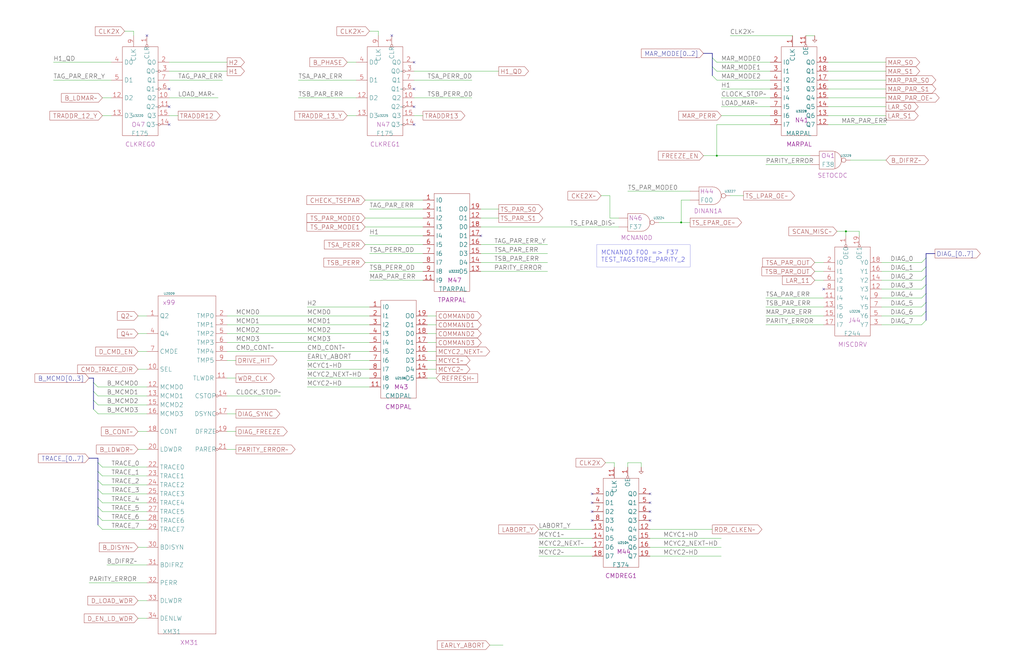
<source format=kicad_sch>
(kicad_sch (version 20230121) (generator eeschema)
  (paper "User" 584.2 378.46)
  (title_block (title "DIAGNOSTIC AND CONTROL\\nCLOCK GENERATION") (date "08-MAR-90") (rev "0.0") (comment 1 "MEM32 BOARD") (comment 2 "232-003066") (comment 3 "S400") (comment 4 "RELEASED"))
  (lib_symbols
    (symbol "r1000:CMDPAL" (pin_names (offset 1.016))
      (property "Reference" "U" (at 2.54 5.08 0))
      (property "Value" "CMDPAL" (at -6.35 -5.08 0))
      (property "Location" "___" (at -1.27 0 0))
      (property "Name" "______" (at 1.27 -12.7 0))
      (symbol "CMDPAL_1_1"
        (rectangle (start -8.89 49.53) (end 11.43 -6.35))
        (pin input line (at -15.24 45.72 0) (length 6.35) (name "I0") (number "1"))
        (pin input line (at -15.24 0 0) (length 6.35) (name "I9") (number "11"))
        (pin output line (at 17.78 35.56 180) (length 6.35) (name "O1") (number "12"))
        (pin input line (at 17.78 5.08 180) (length 6.35) (name "D5") (number "13"))
        (pin output line (at 17.78 10.16 180) (length 6.35) (name "D4") (number "14"))
        (pin output line (at 17.78 15.24 180) (length 6.35) (name "D3") (number "15"))
        (pin output line (at 17.78 20.32 180) (length 6.35) (name "D2") (number "16"))
        (pin output line (at 17.78 25.4 180) (length 6.35) (name "D1") (number "17"))
        (pin output line (at 17.78 30.48 180) (length 6.35) (name "D0") (number "18"))
        (pin output line (at 17.78 40.64 180) (length 6.35) (name "O0") (number "19"))
        (pin input line (at -15.24 40.64 0) (length 6.35) (name "I1") (number "2"))
        (pin input line (at -15.24 35.56 0) (length 6.35) (name "I2") (number "3"))
        (pin input line (at -15.24 30.48 0) (length 6.35) (name "I3") (number "4"))
        (pin input line (at -15.24 25.4 0) (length 6.35) (name "I4") (number "5"))
        (pin input line (at -15.24 20.32 0) (length 6.35) (name "I5") (number "6"))
        (pin input line (at -15.24 15.24 0) (length 6.35) (name "I6") (number "7"))
        (pin input line (at -15.24 10.16 0) (length 6.35) (name "I7") (number "8"))
        (pin input line (at -15.24 5.08 0) (length 6.35) (name "I8") (number "9"))
      )
    )
    (symbol "r1000:F00" (pin_numbers hide) (pin_names hide)
      (property "Reference" "U" (at 15.24 0 0))
      (property "Value" "F00" (at 1.905 -5.08 0))
      (property "Location" "___" (at 1.905 0 0))
      (property "Name" "______" (at 2.54 -12.7 0))
      (symbol "F00_0_1"
        (polyline (pts (xy -2.54 -7.62) (xy 5.08 -7.62)) (stroke (width 0.1524)))
        (polyline (pts (xy -2.54 2.54) (xy -2.54 -7.62)) (stroke (width 0.1524)))
        (polyline (pts (xy -2.54 2.54) (xy 5.08 2.54)) (stroke (width 0.1524)))
        (arc (start 5.08 -7.62) (mid 10.1282 -2.54) (end 5.08 2.54) (stroke (width 0.1524)))
        (circle (center 11.43 -2.54) (radius 1.27) (stroke (width 0.1524)))
      )
      (symbol "F00_0_2"
        (circle (center -3.81 -5.08) (radius 1.27) (stroke (width 0.1524)))
        (circle (center -3.81 0) (radius 1.27) (stroke (width 0.1524)))
        (arc (start -3.175 -7.62) (mid -2.134 -2.54) (end -3.175 2.54) (stroke (width 0.1524)))
        (polyline (pts (xy -3.175 -7.62) (xy 3.81 -7.62)) (stroke (width 0.1524)))
        (polyline (pts (xy -3.175 2.54) (xy 3.81 2.54)) (stroke (width 0.1524)))
        (arc (start 3.81 -7.62) (mid 7.5855 -5.8306) (end 10.16 -2.54) (stroke (width 0.1524)))
        (arc (start 10.16 -2.54) (mid 7.5827 0.7471) (end 3.81 2.54) (stroke (width 0.1524)))
      )
      (symbol "F00_1_1"
        (pin input line (at -7.62 0 0) (length 5.08) (name "D0") (number "1"))
        (pin input line (at -7.62 -5.08 0) (length 5.08) (name "D1") (number "2"))
        (pin output line (at 15.24 -2.54 180) (length 2.54) (name "Q") (number "3"))
      )
      (symbol "F00_1_2"
        (pin input line (at -7.62 0 0) (length 2.54) (name "D0") (number "1"))
        (pin input line (at -7.62 -5.08 0) (length 2.54) (name "D1") (number "2"))
        (pin output line (at 15.24 -2.54 180) (length 5.08) (name "Q") (number "3"))
      )
    )
    (symbol "r1000:F175" (pin_names (offset 1.016))
      (property "Reference" "U" (at 2.54 5.08 0))
      (property "Value" "F175" (at -1.27 -5.08 0))
      (property "Location" "___" (at -1.27 0 0))
      (property "Name" "______" (at 3.81 -12.7 0))
      (symbol "F175_1_1"
        (rectangle (start -6.35 44.45) (end 13.97 -6.35))
        (circle (center 7.62 45.085) (radius 0.635))
        (circle (center 14.605 0) (radius 0.635))
        (circle (center 14.605 10.16) (radius 0.635))
        (circle (center 14.605 20.32) (radius 0.635))
        (circle (center 14.605 30.48) (radius 0.635))
        (pin input line (at 7.62 50.8 270) (length 5.08) (name "CLR") (number "1"))
        (pin output line (at 20.32 15.24 180) (length 6.35) (name "Q2") (number "10"))
        (pin output line (at 20.32 10.16 180) (length 5.08) (name "Q2~") (number "11"))
        (pin input line (at -12.7 15.24 0) (length 6.35) (name "D2") (number "12"))
        (pin input line (at -12.7 5.08 0) (length 6.35) (name "D3") (number "13"))
        (pin output line (at 20.32 0 180) (length 5.08) (name "Q3~") (number "14"))
        (pin output line (at 20.32 5.08 180) (length 6.35) (name "Q3") (number "15"))
        (pin output line (at 20.32 35.56 180) (length 6.35) (name "Q0") (number "2"))
        (pin output line (at 20.32 30.48 180) (length 5.08) (name "Q0~") (number "3"))
        (pin input line (at -12.7 35.56 0) (length 6.35) (name "D0") (number "4"))
        (pin input line (at -12.7 25.4 0) (length 6.35) (name "D1") (number "5"))
        (pin output line (at 20.32 20.32 180) (length 5.08) (name "Q1~") (number "6"))
        (pin output line (at 20.32 25.4 180) (length 6.35) (name "Q1") (number "7"))
        (pin input line (at 0 50.8 270) (length 6.35) (name "CLK") (number "9"))
      )
    )
    (symbol "r1000:F244" (pin_names (offset 1.016))
      (property "Reference" "U" (at 2.54 5.08 0))
      (property "Value" "F244" (at -3.81 -7.62 0))
      (property "Location" "___" (at -1.27 0 0))
      (property "Name" "______" (at 1.27 -15.24 0))
      (symbol "F244_1_1"
        (rectangle (start -8.89 41.91) (end 11.43 -8.89))
        (circle (center -2.54 42.545) (radius 0.635))
        (circle (center 5.08 42.545) (radius 0.635))
        (pin input line (at -2.54 48.26 270) (length 5.08) (name "OE0") (number "1"))
        (pin input line (at -15.24 12.7 0) (length 6.35) (name "I4") (number "11"))
        (pin tri_state line (at 17.78 17.78 180) (length 6.35) (name "Y3") (number "12"))
        (pin input line (at -15.24 7.62 0) (length 6.35) (name "I5") (number "13"))
        (pin tri_state line (at 17.78 22.86 180) (length 6.35) (name "Y2") (number "14"))
        (pin input line (at -15.24 2.54 0) (length 6.35) (name "I6") (number "15"))
        (pin tri_state line (at 17.78 27.94 180) (length 6.35) (name "Y1") (number "16"))
        (pin input line (at -15.24 -2.54 0) (length 6.35) (name "I7") (number "17"))
        (pin tri_state line (at 17.78 33.02 180) (length 6.35) (name "Y0") (number "18"))
        (pin input line (at 5.08 48.26 270) (length 5.08) (name "OE1") (number "19"))
        (pin input line (at -15.24 33.02 0) (length 6.35) (name "I0") (number "2"))
        (pin tri_state line (at 17.78 -2.54 180) (length 6.35) (name "Y7") (number "3"))
        (pin input line (at -15.24 27.94 0) (length 6.35) (name "I1") (number "4"))
        (pin tri_state line (at 17.78 2.54 180) (length 6.35) (name "Y6") (number "5"))
        (pin input line (at -15.24 22.86 0) (length 6.35) (name "I2") (number "6"))
        (pin tri_state line (at 17.78 7.62 180) (length 6.35) (name "Y5") (number "7"))
        (pin input line (at -15.24 17.78 0) (length 6.35) (name "I3") (number "8"))
        (pin tri_state line (at 17.78 12.7 180) (length 6.35) (name "Y4") (number "9"))
      )
    )
    (symbol "r1000:F37" (pin_numbers hide) (pin_names (offset 0) hide)
      (property "Reference" "U" (at 15.24 0 0))
      (property "Value" "F37" (at 1.905 -5.08 0))
      (property "Location" "___" (at 1.905 0 0))
      (property "Name" "______" (at 2.54 -12.7 0))
      (symbol "F37_0_1"
        (polyline (pts (xy -2.54 -7.62) (xy 5.08 -7.62)) (stroke (width 0.1524)))
        (polyline (pts (xy -2.54 2.54) (xy -2.54 -7.62)) (stroke (width 0.1524)))
        (polyline (pts (xy -2.54 2.54) (xy 5.08 2.54)) (stroke (width 0.1524)))
        (arc (start 5.08 -7.62) (mid 10.1282 -2.54) (end 5.08 2.54) (stroke (width 0.1524)))
        (circle (center 11.43 -2.54) (radius 1.27) (stroke (width 0.1524)))
      )
      (symbol "F37_0_2"
        (circle (center -3.81 -5.08) (radius 1.27) (stroke (width 0.1524)))
        (circle (center -3.81 0) (radius 1.27) (stroke (width 0.1524)))
        (arc (start -3.175 -7.62) (mid -2.134 -2.54) (end -3.175 2.54) (stroke (width 0.1524)))
        (polyline (pts (xy -3.175 -7.62) (xy 3.81 -7.62)) (stroke (width 0.1524)))
        (polyline (pts (xy -3.175 2.54) (xy 3.81 2.54)) (stroke (width 0.1524)))
        (arc (start 3.81 -7.62) (mid 7.5855 -5.8306) (end 10.16 -2.54) (stroke (width 0.1524)))
        (arc (start 10.16 -2.54) (mid 7.5827 0.7471) (end 3.81 2.54) (stroke (width 0.1524)))
      )
      (symbol "F37_1_1"
        (pin input line (at -7.62 0 0) (length 5.08) (name "D0") (number "1"))
        (pin input line (at -7.62 -5.08 0) (length 5.08) (name "D1") (number "2"))
        (pin output line (at 15.24 -2.54 180) (length 2.54) (name "Q") (number "3"))
      )
      (symbol "F37_1_2"
        (pin input line (at -7.62 0 0) (length 2.54) (name "D0") (number "1"))
        (pin input line (at -7.62 -5.08 0) (length 2.54) (name "D1") (number "2"))
        (pin output line (at 15.24 -2.54 180) (length 5.08) (name "Q") (number "3"))
      )
    )
    (symbol "r1000:F374" (pin_names (offset 1.016))
      (property "Reference" "U" (at 2.54 5.08 0))
      (property "Value" "F374" (at -3.81 -7.62 0))
      (property "Location" "___" (at -1.27 0 0))
      (property "Name" "______" (at 1.27 -15.24 0))
      (symbol "F374_1_1"
        (rectangle (start -8.89 41.91) (end 11.43 -8.89))
        (circle (center 5.08 42.545) (radius 0.635))
        (pin input line (at 5.08 48.26 270) (length 5.08) (name "OE") (number "1"))
        (pin input line (at -2.54 48.26 270) (length 6.35) (name "CLK") (number "11"))
        (pin tri_state line (at 17.78 12.7 180) (length 6.35) (name "Q4") (number "12"))
        (pin input line (at -15.24 12.7 0) (length 6.35) (name "D4") (number "13"))
        (pin input line (at -15.24 7.62 0) (length 6.35) (name "D5") (number "14"))
        (pin tri_state line (at 17.78 7.62 180) (length 6.35) (name "Q5") (number "15"))
        (pin tri_state line (at 17.78 2.54 180) (length 6.35) (name "Q6") (number "16"))
        (pin input line (at -15.24 2.54 0) (length 6.35) (name "D6") (number "17"))
        (pin input line (at -15.24 -2.54 0) (length 6.35) (name "D7") (number "18"))
        (pin tri_state line (at 17.78 -2.54 180) (length 6.35) (name "Q7") (number "19"))
        (pin tri_state line (at 17.78 33.02 180) (length 6.35) (name "Q0") (number "2"))
        (pin input line (at -15.24 33.02 0) (length 6.35) (name "D0") (number "3"))
        (pin input line (at -15.24 27.94 0) (length 6.35) (name "D1") (number "4"))
        (pin tri_state line (at 17.78 27.94 180) (length 6.35) (name "Q1") (number "5"))
        (pin tri_state line (at 17.78 22.86 180) (length 6.35) (name "Q2") (number "6"))
        (pin input line (at -15.24 22.86 0) (length 6.35) (name "D2") (number "7"))
        (pin input line (at -15.24 17.78 0) (length 6.35) (name "D3") (number "8"))
        (pin tri_state line (at 17.78 17.78 180) (length 6.35) (name "Q3") (number "9"))
      )
    )
    (symbol "r1000:F38" (pin_numbers hide) (pin_names hide)
      (property "Reference" "U" (at 12.7 2.54 0))
      (property "Value" "F38" (at 2.54 -2.54 0))
      (property "Location" "___" (at 2.54 2.54 0))
      (property "Name" "______" (at 5.08 -10.16 0))
      (symbol "F38_0_1"
        (polyline (pts (xy -2.54 -5.08) (xy 5.08 -5.08)) (stroke (width 0.1524)))
        (polyline (pts (xy -2.54 5.08) (xy -2.54 -5.08)) (stroke (width 0.1524)))
        (polyline (pts (xy -2.54 5.08) (xy 5.08 5.08)) (stroke (width 0.1524)))
        (polyline (pts (xy 6.45 4.9) (xy 6.45 -4.9)) (stroke (width 0.1524)))
        (arc (start 5.08 -5.08) (mid 8.6786 -3.5986) (end 10.16 0) (stroke (width 0.1524)))
        (arc (start 10.16 0) (mid 8.6721 3.5921) (end 5.08 5.08) (stroke (width 0.1524)))
        (circle (center 11.43 0) (radius 1.27) (stroke (width 0.1524)))
      )
      (symbol "F38_0_2"
        (arc (start -3.81 -5.08) (mid -1.8386 0) (end -3.81 5.08) (stroke (width 0.1524)))
        (circle (center -3.81 -2.54) (radius 1.27) (stroke (width 0.1524)))
        (circle (center -3.81 2.54) (radius 1.27) (stroke (width 0.1524)))
        (polyline (pts (xy -3.81 -5.08) (xy 2.54 -5.08)) (stroke (width 0.1524)))
        (polyline (pts (xy -3.81 5.08) (xy 2.54 5.08)) (stroke (width 0.1524)))
        (polyline (pts (xy 7.62 3.175) (xy 7.62 -3.175)) (stroke (width 0.1524)))
        (arc (start 2.54 -5.08) (mid 7.0537 -3.5955) (end 10.16 0) (stroke (width 0.1524)))
        (arc (start 10.16 0) (mid 7.0527 3.594) (end 2.54 5.08) (stroke (width 0.1524)))
      )
      (symbol "F38_1_1"
        (pin input line (at -7.62 2.54 0) (length 5.08) (name "D0") (number "1"))
        (pin input line (at -7.62 -2.54 0) (length 5.08) (name "D1") (number "2"))
        (pin open_collector line (at 15.24 0 180) (length 2.54) (name "Q") (number "3"))
      )
      (symbol "F38_1_2"
        (pin input line (at -7.62 2.54 0) (length 2.54) (name "D0") (number "1"))
        (pin input line (at -7.62 -2.54 0) (length 2.54) (name "D1") (number "2"))
        (pin open_collector line (at 15.24 0 180) (length 5.08) (name "Q") (number "3"))
      )
    )
    (symbol "r1000:MARPAL" (pin_names (offset 1.016))
      (property "Reference" "U" (at 2.54 5.08 0))
      (property "Value" "MARPAL" (at -6.35 -7.62 0))
      (property "Location" "___" (at -1.27 0 0))
      (property "Name" "______" (at 1.27 -15.24 0))
      (symbol "MARPAL_1_1"
        (rectangle (start -8.89 41.91) (end 11.43 -8.89))
        (circle (center 5.08 42.545) (radius 0.635))
        (pin input line (at -2.54 48.26 270) (length 6.35) (name "CLK") (number "1"))
        (pin input line (at 5.08 48.26 270) (length 5.08) (name "OE") (number "11"))
        (pin output line (at 17.78 -2.54 180) (length 6.35) (name "Q7") (number "12"))
        (pin output line (at 17.78 2.54 180) (length 6.35) (name "Q6") (number "13"))
        (pin output line (at 17.78 7.62 180) (length 6.35) (name "Q5") (number "14"))
        (pin output line (at 17.78 12.7 180) (length 6.35) (name "Q4") (number "15"))
        (pin output line (at 17.78 17.78 180) (length 6.35) (name "Q3") (number "16"))
        (pin output line (at 17.78 22.86 180) (length 6.35) (name "Q2") (number "17"))
        (pin output line (at 17.78 27.94 180) (length 6.35) (name "Q1") (number "18"))
        (pin output line (at 17.78 33.02 180) (length 6.35) (name "Q0") (number "19"))
        (pin input line (at -15.24 33.02 0) (length 6.35) (name "I0") (number "2"))
        (pin input line (at -15.24 27.94 0) (length 6.35) (name "I1") (number "3"))
        (pin input line (at -15.24 22.86 0) (length 6.35) (name "I2") (number "4"))
        (pin input line (at -15.24 17.78 0) (length 6.35) (name "I3") (number "5"))
        (pin input line (at -15.24 12.7 0) (length 6.35) (name "I4") (number "6"))
        (pin input line (at -15.24 7.62 0) (length 6.35) (name "I5") (number "7"))
        (pin input line (at -15.24 2.54 0) (length 6.35) (name "I6") (number "8"))
        (pin input line (at -15.24 -2.54 0) (length 6.35) (name "I7") (number "9"))
      )
    )
    (symbol "r1000:PD" (power) (pin_numbers hide) (pin_names hide) (in_bom no)
      (symbol "PD_0_1"
        (polyline (pts (xy 0 -2.54) (xy 1.27 -2.54) (xy 0 -3.81) (xy -1.27 -2.54) (xy 0 -2.54)) (stroke (width 0.1524)))
      )
      (symbol "PD_1_1"
        (pin power_in line (at 0 0 270) (length 2.54) (name "PD") (number "1"))
      )
    )
    (symbol "r1000:TPARPAL" (pin_names (offset 1.016))
      (property "Reference" "U" (at 2.54 5.08 0))
      (property "Value" "TPARPAL" (at -6.35 -5.08 0))
      (property "Location" "___" (at -1.27 0 0))
      (property "Name" "______" (at 1.27 -12.7 0))
      (symbol "TPARPAL_1_1"
        (rectangle (start -8.89 49.53) (end 11.43 -6.35))
        (pin input line (at -15.24 45.72 0) (length 6.35) (name "I0") (number "1"))
        (pin input line (at -15.24 0 0) (length 6.35) (name "I9") (number "11"))
        (pin output line (at 17.78 35.56 180) (length 6.35) (name "O1") (number "12"))
        (pin output line (at 17.78 5.08 180) (length 6.35) (name "D5") (number "13"))
        (pin output line (at 17.78 10.16 180) (length 6.35) (name "D4") (number "14"))
        (pin output line (at 17.78 15.24 180) (length 6.35) (name "D3") (number "15"))
        (pin output line (at 17.78 20.32 180) (length 6.35) (name "D2") (number "16"))
        (pin output line (at 17.78 25.4 180) (length 6.35) (name "D1") (number "17"))
        (pin output line (at 17.78 30.48 180) (length 6.35) (name "D0") (number "18"))
        (pin output line (at 17.78 40.64 180) (length 6.35) (name "O0") (number "19"))
        (pin input line (at -15.24 40.64 0) (length 6.35) (name "I1") (number "2"))
        (pin input line (at -15.24 35.56 0) (length 6.35) (name "I2") (number "3"))
        (pin input line (at -15.24 30.48 0) (length 6.35) (name "I3") (number "4"))
        (pin input line (at -15.24 25.4 0) (length 6.35) (name "I4") (number "5"))
        (pin input line (at -15.24 20.32 0) (length 6.35) (name "I5") (number "6"))
        (pin input line (at -15.24 15.24 0) (length 6.35) (name "I6") (number "7"))
        (pin input line (at -15.24 10.16 0) (length 6.35) (name "I7") (number "8"))
        (pin input line (at -15.24 5.08 0) (length 6.35) (name "I8") (number "9"))
      )
    )
    (symbol "r1000:XM31" (pin_names (offset 1.016))
      (property "Reference" "U" (at 2.54 5.08 0))
      (property "Value" "XM31" (at -1.27 -187.96 0))
      (property "Location" "___" (at -1.27 0 0))
      (property "Name" "______" (at 13.97 -195.58 0))
      (symbol "XM31_1_1"
        (rectangle (start -3.81 3.81) (end 29.21 -189.23))
        (circle (center 29.845 -83.82) (radius 0.635))
        (circle (center 29.845 -73.66) (radius 0.635))
        (circle (center 29.845 -63.5) (radius 0.635))
        (circle (center 29.845 -53.34) (radius 0.635))
        (pin input line (at -10.16 -7.62 0) (length 6.35) (name "Q2") (number "1"))
        (pin input line (at -10.16 -38.1 0) (length 6.35) (name "SEL") (number "10"))
        (pin output line (at 35.56 -43.18 180) (length 6.35) (name "TLWDR") (number "11"))
        (pin input line (at -10.16 -48.26 0) (length 6.35) (name "MCMD0") (number "12"))
        (pin input line (at -10.16 -53.34 0) (length 6.35) (name "MCMD1") (number "13"))
        (pin output line (at 35.56 -53.34 180) (length 5.08) (name "CSTOP") (number "14"))
        (pin input line (at -10.16 -58.42 0) (length 6.35) (name "MCMD2") (number "15"))
        (pin input line (at -10.16 -63.5 0) (length 6.35) (name "MCMD3") (number "16"))
        (pin output line (at 35.56 -63.5 180) (length 5.08) (name "DSYNC") (number "17"))
        (pin input line (at -10.16 -73.66 0) (length 6.35) (name "CONT") (number "18"))
        (pin output line (at 35.56 -73.66 180) (length 5.08) (name "DFRZE") (number "19"))
        (pin output line (at 35.56 -7.62 180) (length 6.35) (name "TMP0") (number "2"))
        (pin input line (at -10.16 -83.82 0) (length 6.35) (name "LDWDR") (number "20"))
        (pin output line (at 35.56 -83.82 180) (length 5.08) (name "PARER") (number "21"))
        (pin input line (at -10.16 -93.98 0) (length 6.35) (name "TRACE0") (number "22"))
        (pin input line (at -10.16 -99.06 0) (length 6.35) (name "TRACE1") (number "23"))
        (pin input line (at -10.16 -104.14 0) (length 6.35) (name "TRACE2") (number "24"))
        (pin input line (at -10.16 -109.22 0) (length 6.35) (name "TRACE3") (number "25"))
        (pin input line (at -10.16 -114.3 0) (length 6.35) (name "TRACE4") (number "26"))
        (pin input line (at -10.16 -119.38 0) (length 6.35) (name "TRACE5") (number "27"))
        (pin input line (at -10.16 -124.46 0) (length 6.35) (name "TRACE6") (number "28"))
        (pin input line (at -10.16 -129.54 0) (length 6.35) (name "TRACE7") (number "29"))
        (pin output line (at 35.56 -12.7 180) (length 6.35) (name "TMP1") (number "3"))
        (pin input line (at -10.16 -139.7 0) (length 6.35) (name "BDISYN") (number "30"))
        (pin input line (at -10.16 -149.86 0) (length 6.35) (name "BDIFRZ") (number "31"))
        (pin input line (at -10.16 -160.02 0) (length 6.35) (name "PERR") (number "32"))
        (pin input line (at -10.16 -170.18 0) (length 6.35) (name "DLWDR") (number "33"))
        (pin input line (at -10.16 -180.34 0) (length 6.35) (name "DENLW") (number "34"))
        (pin input line (at -10.16 -17.78 0) (length 6.35) (name "Q4") (number "4"))
        (pin output line (at 35.56 -17.78 180) (length 6.35) (name "TMP2") (number "5"))
        (pin output line (at 35.56 -22.86 180) (length 6.35) (name "TMP3") (number "6"))
        (pin input line (at -10.16 -27.94 0) (length 6.35) (name "CMDE") (number "7"))
        (pin output line (at 35.56 -27.94 180) (length 6.35) (name "TMP4") (number "8"))
        (pin output line (at 35.56 -33.02 180) (length 6.35) (name "TMP5") (number "9"))
      )
    )
  )
  (junction (at 482.6 132.08))
  (junction (at 388.62 127))
  (junction (at 408.94 88.9))
  (no_connect (at 337.82 292.1))
  (no_connect (at 236.22 60.96))
  (no_connect (at 96.52 60.96))
  (no_connect (at 236.22 71.12))
  (no_connect (at 370.84 281.94))
  (no_connect (at 469.9 165.1))
  (no_connect (at 337.82 297.18))
  (no_connect (at 96.52 50.8))
  (no_connect (at 370.84 287.02))
  (no_connect (at 96.52 71.12))
  (no_connect (at 274.32 134.62))
  (no_connect (at 370.84 297.18))
  (no_connect (at 337.82 281.94))
  (no_connect (at 236.22 50.8))
  (no_connect (at 83.82 20.32))
  (no_connect (at 236.22 35.56))
  (no_connect (at 370.84 292.1))
  (no_connect (at 337.82 287.02))
  (no_connect (at 223.52 20.32))
  (bus_entry (at 528.32 177.8) (size -2.54 2.54))
  (bus_entry (at 55.88 264.16) (size 2.54 2.54))
  (bus_entry (at 53.34 218.44) (size 2.54 2.54))
  (bus_entry (at 528.32 182.88) (size -2.54 2.54))
  (bus_entry (at 55.88 284.48) (size 2.54 2.54))
  (bus_entry (at 53.34 228.6) (size 2.54 2.54))
  (bus_entry (at 55.88 274.32) (size 2.54 2.54))
  (bus_entry (at 55.88 279.4) (size 2.54 2.54))
  (bus_entry (at 53.34 223.52) (size 2.54 2.54))
  (bus_entry (at 528.32 147.32) (size -2.54 2.54))
  (bus_entry (at 406.4 33.02) (size 2.54 2.54))
  (bus_entry (at 55.88 299.72) (size 2.54 2.54))
  (bus_entry (at 406.4 38.1) (size 2.54 2.54))
  (bus_entry (at 528.32 172.72) (size -2.54 2.54))
  (bus_entry (at 55.88 294.64) (size 2.54 2.54))
  (bus_entry (at 528.32 162.56) (size -2.54 2.54))
  (bus_entry (at 528.32 152.4) (size -2.54 2.54))
  (bus_entry (at 406.4 43.18) (size 2.54 2.54))
  (bus_entry (at 55.88 289.56) (size 2.54 2.54))
  (bus_entry (at 53.34 233.68) (size 2.54 2.54))
  (bus_entry (at 528.32 157.48) (size -2.54 2.54))
  (bus_entry (at 528.32 167.64) (size -2.54 2.54))
  (bus_entry (at 55.88 269.24) (size 2.54 2.54))
  (wire (pts (xy 78.74 246.38) (xy 83.82 246.38)))
  (wire (pts (xy 469.9 185.42) (xy 436.88 185.42)))
  (wire (pts (xy 439.42 71.12) (xy 408.94 71.12)))
  (wire (pts (xy 243.84 185.42) (xy 248.92 185.42)))
  (wire (pts (xy 175.26 215.9) (xy 210.82 215.9)))
  (bus (pts (xy 55.88 289.56) (xy 55.88 284.48)))
  (bus (pts (xy 528.32 177.8) (xy 528.32 182.88)))
  (wire (pts (xy 388.62 127) (xy 393.7 127)))
  (wire (pts (xy 408.94 88.9) (xy 401.32 88.9)))
  (bus (pts (xy 528.32 157.48) (xy 528.32 162.56)))
  (wire (pts (xy 198.12 35.56) (xy 203.2 35.56)))
  (wire (pts (xy 502.92 170.18) (xy 525.78 170.18)))
  (wire (pts (xy 129.54 185.42) (xy 210.82 185.42)))
  (wire (pts (xy 482.6 132.08) (xy 490.22 132.08)))
  (wire (pts (xy 436.88 180.34) (xy 469.9 180.34)))
  (wire (pts (xy 459.74 20.32) (xy 464.82 20.32)))
  (polyline (pts (xy 340.36 139.7) (xy 393.7 139.7)) (stroke (width 0.0243)))
  (wire (pts (xy 472.44 35.56) (xy 505.46 35.56)))
  (wire (pts (xy 58.42 66.04) (xy 63.5 66.04)))
  (bus (pts (xy 406.4 33.02) (xy 406.4 38.1)))
  (bus (pts (xy 53.34 228.6) (xy 53.34 233.68)))
  (wire (pts (xy 243.84 190.5) (xy 248.92 190.5)))
  (wire (pts (xy 78.74 210.82) (xy 83.82 210.82)))
  (wire (pts (xy 170.18 45.72) (xy 203.2 45.72)))
  (wire (pts (xy 58.42 55.88) (xy 63.5 55.88)))
  (wire (pts (xy 78.74 190.5) (xy 83.82 190.5)))
  (wire (pts (xy 55.88 226.06) (xy 83.82 226.06)))
  (wire (pts (xy 208.28 124.46) (xy 241.3 124.46)))
  (wire (pts (xy 210.82 144.78) (xy 241.3 144.78)))
  (bus (pts (xy 528.32 172.72) (xy 528.32 177.8)))
  (bus (pts (xy 53.34 218.44) (xy 53.34 223.52)))
  (wire (pts (xy 502.92 160.02) (xy 525.78 160.02)))
  (wire (pts (xy 96.52 66.04) (xy 101.6 66.04)))
  (wire (pts (xy 472.44 40.64) (xy 505.46 40.64)))
  (wire (pts (xy 129.54 246.38) (xy 134.62 246.38)))
  (bus (pts (xy 55.88 264.16) (xy 55.88 261.62)))
  (wire (pts (xy 83.82 271.78) (xy 58.42 271.78)))
  (wire (pts (xy 345.44 264.16) (xy 350.52 264.16)))
  (wire (pts (xy 129.54 236.22) (xy 134.62 236.22)))
  (wire (pts (xy 307.34 302.26) (xy 337.82 302.26)))
  (wire (pts (xy 175.26 175.26) (xy 210.82 175.26)))
  (wire (pts (xy 439.42 55.88) (xy 411.48 55.88)))
  (wire (pts (xy 83.82 287.02) (xy 58.42 287.02)))
  (bus (pts (xy 53.34 223.52) (xy 53.34 228.6)))
  (wire (pts (xy 236.22 55.88) (xy 269.24 55.88)))
  (wire (pts (xy 96.52 40.64) (xy 129.54 40.64)))
  (wire (pts (xy 129.54 256.54) (xy 134.62 256.54)))
  (wire (pts (xy 436.88 93.98) (xy 462.28 93.98)))
  (wire (pts (xy 78.74 180.34) (xy 83.82 180.34)))
  (wire (pts (xy 96.52 55.88) (xy 124.46 55.88)))
  (wire (pts (xy 243.84 195.58) (xy 248.92 195.58)))
  (wire (pts (xy 436.88 175.26) (xy 469.9 175.26)))
  (wire (pts (xy 462.28 88.9) (xy 408.94 88.9)))
  (wire (pts (xy 502.92 154.94) (xy 525.78 154.94)))
  (wire (pts (xy 350.52 264.16) (xy 350.52 266.7)))
  (bus (pts (xy 406.4 30.48) (xy 406.4 33.02)))
  (wire (pts (xy 208.28 129.54) (xy 241.3 129.54)))
  (wire (pts (xy 388.62 127) (xy 375.92 127)))
  (wire (pts (xy 408.94 40.64) (xy 439.42 40.64)))
  (wire (pts (xy 472.44 55.88) (xy 505.46 55.88)))
  (wire (pts (xy 347.98 111.76) (xy 347.98 124.46)))
  (wire (pts (xy 416.56 20.32) (xy 452.12 20.32)))
  (wire (pts (xy 307.34 307.34) (xy 337.82 307.34)))
  (wire (pts (xy 472.44 60.96) (xy 505.46 60.96)))
  (wire (pts (xy 416.56 111.76) (xy 424.18 111.76)))
  (bus (pts (xy 528.32 162.56) (xy 528.32 167.64)))
  (wire (pts (xy 78.74 353.06) (xy 83.82 353.06)))
  (wire (pts (xy 274.32 129.54) (xy 353.06 129.54)))
  (wire (pts (xy 208.28 139.7) (xy 241.3 139.7)))
  (bus (pts (xy 528.32 147.32) (xy 528.32 152.4)))
  (wire (pts (xy 477.52 132.08) (xy 482.6 132.08)))
  (wire (pts (xy 83.82 292.1) (xy 58.42 292.1)))
  (bus (pts (xy 55.88 261.62) (xy 50.8 261.62)))
  (wire (pts (xy 198.12 66.04) (xy 203.2 66.04)))
  (wire (pts (xy 472.44 45.72) (xy 505.46 45.72)))
  (wire (pts (xy 210.82 160.02) (xy 241.3 160.02)))
  (wire (pts (xy 129.54 190.5) (xy 210.82 190.5)))
  (wire (pts (xy 411.48 50.8) (xy 439.42 50.8)))
  (wire (pts (xy 83.82 297.18) (xy 58.42 297.18)))
  (wire (pts (xy 210.82 134.62) (xy 241.3 134.62)))
  (wire (pts (xy 472.44 66.04) (xy 505.46 66.04)))
  (wire (pts (xy 210.82 154.94) (xy 241.3 154.94)))
  (bus (pts (xy 55.88 279.4) (xy 55.88 274.32)))
  (wire (pts (xy 83.82 276.86) (xy 58.42 276.86)))
  (wire (pts (xy 208.28 149.86) (xy 241.3 149.86)))
  (wire (pts (xy 279.4 368.3) (xy 287.02 368.3)))
  (polyline (pts (xy 393.7 152.4) (xy 340.36 152.4)) (stroke (width 0.0243)))
  (wire (pts (xy 170.18 55.88) (xy 203.2 55.88)))
  (wire (pts (xy 358.14 109.22) (xy 393.7 109.22)))
  (wire (pts (xy 307.34 312.42) (xy 337.82 312.42)))
  (wire (pts (xy 502.92 149.86) (xy 525.78 149.86)))
  (wire (pts (xy 30.48 35.56) (xy 63.5 35.56)))
  (wire (pts (xy 370.84 312.42) (xy 411.48 312.42)))
  (bus (pts (xy 528.32 152.4) (xy 528.32 157.48)))
  (bus (pts (xy 528.32 144.78) (xy 533.4 144.78)))
  (wire (pts (xy 274.32 119.38) (xy 284.48 119.38)))
  (wire (pts (xy 55.88 220.98) (xy 83.82 220.98)))
  (wire (pts (xy 175.26 205.74) (xy 210.82 205.74)))
  (wire (pts (xy 50.8 332.74) (xy 83.82 332.74)))
  (wire (pts (xy 370.84 317.5) (xy 411.48 317.5)))
  (wire (pts (xy 83.82 281.94) (xy 58.42 281.94)))
  (wire (pts (xy 464.82 154.94) (xy 469.9 154.94)))
  (wire (pts (xy 76.2 17.78) (xy 76.2 20.32)))
  (wire (pts (xy 485.14 91.44) (xy 505.46 91.44)))
  (wire (pts (xy 411.48 60.96) (xy 439.42 60.96)))
  (wire (pts (xy 347.98 124.46) (xy 353.06 124.46)))
  (wire (pts (xy 78.74 312.42) (xy 83.82 312.42)))
  (wire (pts (xy 370.84 307.34) (xy 411.48 307.34)))
  (bus (pts (xy 55.88 299.72) (xy 55.88 294.64)))
  (wire (pts (xy 274.32 124.46) (xy 284.48 124.46)))
  (bus (pts (xy 50.8 215.9) (xy 53.34 215.9)))
  (wire (pts (xy 482.6 134.62) (xy 482.6 132.08)))
  (wire (pts (xy 236.22 66.04) (xy 241.3 66.04)))
  (wire (pts (xy 208.28 114.3) (xy 241.3 114.3)))
  (wire (pts (xy 464.82 149.86) (xy 469.9 149.86)))
  (wire (pts (xy 243.84 205.74) (xy 248.92 205.74)))
  (wire (pts (xy 78.74 256.54) (xy 83.82 256.54)))
  (wire (pts (xy 30.48 45.72) (xy 63.5 45.72)))
  (bus (pts (xy 528.32 167.64) (xy 528.32 172.72)))
  (wire (pts (xy 129.54 205.74) (xy 134.62 205.74)))
  (wire (pts (xy 490.22 134.62) (xy 490.22 132.08)))
  (wire (pts (xy 55.88 231.14) (xy 83.82 231.14)))
  (wire (pts (xy 502.92 180.34) (xy 525.78 180.34)))
  (wire (pts (xy 71.12 17.78) (xy 76.2 17.78)))
  (wire (pts (xy 243.84 215.9) (xy 248.92 215.9)))
  (wire (pts (xy 274.32 139.7) (xy 312.42 139.7)))
  (bus (pts (xy 401.32 30.48) (xy 406.4 30.48)))
  (bus (pts (xy 55.88 284.48) (xy 55.88 279.4)))
  (wire (pts (xy 307.34 317.5) (xy 337.82 317.5)))
  (wire (pts (xy 274.32 149.86) (xy 312.42 149.86)))
  (wire (pts (xy 210.82 119.38) (xy 241.3 119.38)))
  (wire (pts (xy 215.9 20.32) (xy 215.9 17.78)))
  (wire (pts (xy 78.74 342.9) (xy 83.82 342.9)))
  (wire (pts (xy 370.84 302.26) (xy 406.4 302.26)))
  (wire (pts (xy 388.62 114.3) (xy 388.62 127)))
  (bus (pts (xy 55.88 269.24) (xy 55.88 264.16)))
  (wire (pts (xy 502.92 185.42) (xy 525.78 185.42)))
  (polyline (pts (xy 393.7 139.7) (xy 393.7 152.4)) (stroke (width 0.0243)))
  (wire (pts (xy 60.96 322.58) (xy 83.82 322.58)))
  (wire (pts (xy 502.92 165.1) (xy 525.78 165.1)))
  (wire (pts (xy 129.54 180.34) (xy 210.82 180.34)))
  (wire (pts (xy 55.88 236.22) (xy 83.82 236.22)))
  (wire (pts (xy 243.84 200.66) (xy 248.92 200.66)))
  (wire (pts (xy 408.94 71.12) (xy 408.94 88.9)))
  (wire (pts (xy 243.84 180.34) (xy 248.92 180.34)))
  (wire (pts (xy 342.9 111.76) (xy 347.98 111.76)))
  (bus (pts (xy 406.4 38.1) (xy 406.4 43.18)))
  (wire (pts (xy 365.76 264.16) (xy 358.14 264.16)))
  (wire (pts (xy 408.94 35.56) (xy 439.42 35.56)))
  (bus (pts (xy 53.34 215.9) (xy 53.34 218.44)))
  (wire (pts (xy 96.52 35.56) (xy 129.54 35.56)))
  (wire (pts (xy 274.32 144.78) (xy 312.42 144.78)))
  (bus (pts (xy 55.88 294.64) (xy 55.88 289.56)))
  (wire (pts (xy 129.54 215.9) (xy 134.62 215.9)))
  (bus (pts (xy 55.88 274.32) (xy 55.88 269.24)))
  (wire (pts (xy 436.88 170.18) (xy 469.9 170.18)))
  (wire (pts (xy 472.44 50.8) (xy 505.46 50.8)))
  (wire (pts (xy 236.22 45.72) (xy 269.24 45.72)))
  (wire (pts (xy 129.54 226.06) (xy 160.02 226.06)))
  (bus (pts (xy 528.32 144.78) (xy 528.32 147.32)))
  (wire (pts (xy 472.44 71.12) (xy 505.46 71.12)))
  (wire (pts (xy 78.74 200.66) (xy 83.82 200.66)))
  (wire (pts (xy 129.54 200.66) (xy 210.82 200.66)))
  (wire (pts (xy 243.84 210.82) (xy 248.92 210.82)))
  (polyline (pts (xy 340.36 139.7) (xy 340.36 152.4)) (stroke (width 0.0243)))
  (wire (pts (xy 83.82 302.26) (xy 58.42 302.26)))
  (wire (pts (xy 175.26 210.82) (xy 210.82 210.82)))
  (wire (pts (xy 96.52 45.72) (xy 127 45.72)))
  (wire (pts (xy 236.22 40.64) (xy 284.48 40.64)))
  (wire (pts (xy 464.82 160.02) (xy 469.9 160.02)))
  (wire (pts (xy 129.54 195.58) (xy 210.82 195.58)))
  (wire (pts (xy 175.26 220.98) (xy 210.82 220.98)))
  (wire (pts (xy 411.48 66.04) (xy 439.42 66.04)))
  (wire (pts (xy 502.92 175.26) (xy 525.78 175.26)))
  (wire (pts (xy 274.32 154.94) (xy 312.42 154.94)))
  (wire (pts (xy 408.94 45.72) (xy 439.42 45.72)))
  (wire (pts (xy 365.76 264.16) (xy 365.76 266.7)))
  (wire (pts (xy 83.82 266.7) (xy 58.42 266.7)))
  (wire (pts (xy 358.14 264.16) (xy 358.14 266.7)))
  (wire (pts (xy 393.7 114.3) (xy 388.62 114.3)))
  (wire (pts (xy 210.82 17.78) (xy 215.9 17.78)))
  (text "MCNAN0D F00 => F37\nTEST_TAGSTORE_PARITY_2" (at 342.9 149.86 0) (effects (font (size 2.54 2.54)) (justify left bottom)))
  (label "PARITY_ERROR" (at 281.94 154.94 0) (effects (font (size 2.54 2.54))))
  (label "TRACE_0" (at 63.5 266.7 0) (effects (font (size 2.54 2.54))))
  (label "TSA_PAR_ERR" (at 436.88 170.18 0) (effects (font (size 2.54 2.54))))
  (label "B_MCMD1" (at 60.96 226.06 0) (effects (font (size 2.54 2.54))))
  (label "TS_EPAR_DIS~" (at 325.12 129.54 0) (effects (font (size 2.54 2.54))))
  (label "TAG_PAR_ERR_Y" (at 30.48 45.72 0) (effects (font (size 2.54 2.54))))
  (label "DIAG_5" (at 508 175.26 0) (effects (font (size 2.54 2.54))))
  (label "TAG_PAR_ERR" (at 101.6 45.72 0) (effects (font (size 2.54 2.54))))
  (label "MCMD3" (at 134.62 195.58 0) (effects (font (size 2.54 2.54))))
  (label "TSA_PERR_0D" (at 243.84 45.72 0) (effects (font (size 2.54 2.54))))
  (label "MCMD1" (at 134.62 185.42 0) (effects (font (size 2.54 2.54))))
  (label "PARITY_ERROR" (at 436.88 185.42 0) (effects (font (size 2.54 2.54))))
  (label "MCMD2" (at 134.62 190.5 0) (effects (font (size 2.54 2.54))))
  (label "CMD_CONT~" (at 134.62 200.66 0) (effects (font (size 2.54 2.54))))
  (label "H1" (at 210.82 134.62 0) (effects (font (size 2.54 2.54))))
  (label "LABORT_Y" (at 307.34 302.26 0) (effects (font (size 2.54 2.54))))
  (label "PARITY_ERROR" (at 436.88 93.98 0) (effects (font (size 2.54 2.54))))
  (label "CLOCK_STOP~" (at 411.48 55.88 0) (effects (font (size 2.54 2.54))))
  (label "DIAG_2" (at 508 160.02 0) (effects (font (size 2.54 2.54))))
  (label "PARITY_ERROR" (at 50.8 332.74 0) (effects (font (size 2.54 2.54))))
  (label "LOAD_MAR~" (at 101.6 55.88 0) (effects (font (size 2.54 2.54))))
  (label "TSB_PERR_0D" (at 243.84 55.88 0) (effects (font (size 2.54 2.54))))
  (label "DIAG_6" (at 508 180.34 0) (effects (font (size 2.54 2.54))))
  (label "DIAG_3" (at 508 165.1 0) (effects (font (size 2.54 2.54))))
  (label "B_MCMD2" (at 60.96 231.14 0) (effects (font (size 2.54 2.54))))
  (label "TSB_PAR_ERR" (at 281.94 149.86 0) (effects (font (size 2.54 2.54))))
  (label "CLK2X~" (at 416.56 20.32 0) (effects (font (size 2.54 2.54))))
  (label "EARLY_ABORT" (at 175.26 205.74 0) (effects (font (size 2.54 2.54))))
  (label "MCMD3" (at 175.26 195.58 0) (effects (font (size 2.54 2.54))))
  (label "DIAG_1" (at 508 154.94 0) (effects (font (size 2.54 2.54))))
  (label "TSA_PAR_ERR" (at 170.18 45.72 0) (effects (font (size 2.54 2.54))))
  (label "MCMD2" (at 175.26 190.5 0) (effects (font (size 2.54 2.54))))
  (label "TS_PAR_MODE0" (at 358.14 109.22 0) (effects (font (size 2.54 2.54))))
  (label "MCMD0" (at 175.26 180.34 0) (effects (font (size 2.54 2.54))))
  (label "MAR_MODE1" (at 411.48 40.64 0) (effects (font (size 2.54 2.54))))
  (label "LOAD_MAR~" (at 411.48 60.96 0) (effects (font (size 2.54 2.54))))
  (label "MCYC2~HD" (at 175.26 220.98 0) (effects (font (size 2.54 2.54))))
  (label "TRACE_2" (at 63.5 276.86 0) (effects (font (size 2.54 2.54))))
  (label "MCYC2_NEXT~" (at 307.34 312.42 0) (effects (font (size 2.54 2.54))))
  (label "MAR_MODE0" (at 411.48 35.56 0) (effects (font (size 2.54 2.54))))
  (label "TRACE_3" (at 63.5 281.94 0) (effects (font (size 2.54 2.54))))
  (label "TRACE_7" (at 63.5 302.26 0) (effects (font (size 2.54 2.54))))
  (label "DIAG_4" (at 508 170.18 0) (effects (font (size 2.54 2.54))))
  (label "TSB_PERR_0D" (at 210.82 154.94 0) (effects (font (size 2.54 2.54))))
  (label "TRACE_4" (at 63.5 287.02 0) (effects (font (size 2.54 2.54))))
  (label "MCYC2~HD" (at 378.46 317.5 0) (effects (font (size 2.54 2.54))))
  (label "TRACE_5" (at 63.5 292.1 0) (effects (font (size 2.54 2.54))))
  (label "DIAG_7" (at 508 185.42 0) (effects (font (size 2.54 2.54))))
  (label "MCYC2_NEXT~HD" (at 378.46 312.42 0) (effects (font (size 2.54 2.54))))
  (label "TRACE_6" (at 63.5 297.18 0) (effects (font (size 2.54 2.54))))
  (label "B_DIFRZ~" (at 60.96 322.58 0) (effects (font (size 2.54 2.54))))
  (label "CMD_CONT~" (at 175.26 200.66 0) (effects (font (size 2.54 2.54))))
  (label "MAR_PAR_ERR" (at 480.06 71.12 0) (effects (font (size 2.54 2.54))))
  (label "MCYC1~HD" (at 175.26 210.82 0) (effects (font (size 2.54 2.54))))
  (label "MCMD1" (at 175.26 185.42 0) (effects (font (size 2.54 2.54))))
  (label "TSB_PAR_ERR" (at 170.18 55.88 0) (effects (font (size 2.54 2.54))))
  (label "MAR_MODE2" (at 411.48 45.72 0) (effects (font (size 2.54 2.54))))
  (label "TSB_PAR_ERR" (at 436.88 175.26 0) (effects (font (size 2.54 2.54))))
  (label "H1" (at 411.48 50.8 0) (effects (font (size 2.54 2.54))))
  (label "MCYC1~" (at 307.34 307.34 0) (effects (font (size 2.54 2.54))))
  (label "H2" (at 175.26 175.26 0) (effects (font (size 2.54 2.54))))
  (label "B_MCMD0" (at 60.96 220.98 0) (effects (font (size 2.54 2.54))))
  (label "DIAG_0" (at 508 149.86 0) (effects (font (size 2.54 2.54))))
  (label "MCYC1~HD" (at 378.46 307.34 0) (effects (font (size 2.54 2.54))))
  (label "TSA_PERR_0D" (at 210.82 144.78 0) (effects (font (size 2.54 2.54))))
  (label "CLOCK_STOP~" (at 134.62 226.06 0) (effects (font (size 2.54 2.54))))
  (label "TRACE_1" (at 63.5 271.78 0) (effects (font (size 2.54 2.54))))
  (label "MCYC2~" (at 307.34 317.5 0) (effects (font (size 2.54 2.54))))
  (label "MAR_PAR_ERR" (at 436.88 180.34 0) (effects (font (size 2.54 2.54))))
  (label "TAG_PAR_ERR_Y" (at 281.94 139.7 0) (effects (font (size 2.54 2.54))))
  (label "TAG_PAR_ERR" (at 210.82 119.38 0) (effects (font (size 2.54 2.54))))
  (label "B_MCMD3" (at 60.96 236.22 0) (effects (font (size 2.54 2.54))))
  (label "MCYC2_NEXT~HD" (at 175.26 215.9 0) (effects (font (size 2.54 2.54))))
  (label "TSA_PAR_ERR" (at 281.94 144.78 0) (effects (font (size 2.54 2.54))))
  (label "H1_QD" (at 30.48 35.56 0) (effects (font (size 2.54 2.54))))
  (label "MCMD0" (at 134.62 180.34 0) (effects (font (size 2.54 2.54))))
  (label "MAR_PAR_ERR" (at 210.82 160.02 0) (effects (font (size 2.54 2.54))))
  (global_label "TS_PAR_S1" (shape output) (at 284.48 124.46 0) (effects (font (size 2.54 2.54))) (property "Intersheetrefs" "${INTERSHEET_REFS}" (at 309.4355 124.3013 0) (effects (font (size 1.905 1.905)) (justify left))))
  (global_label "DIAG_FREEZE" (shape output) (at 134.62 246.38 0) (effects (font (size 2.54 2.54))) (property "Intersheetrefs" "${INTERSHEET_REFS}" (at 163.6879 246.2213 0) (effects (font (size 1.905 1.905)) (justify left))))
  (global_label "B_DIFRZ~" (shape bidirectional) (at 505.46 91.44 0) (effects (font (size 2.54 2.54))) (property "Intersheetrefs" "${INTERSHEET_REFS}" (at 527.4612 91.2813 0) (effects (font (size 1.905 1.905)) (justify left))))
  (global_label "CLK2X~" (shape input) (at 210.82 17.78 180) (effects (font (size 2.54 2.54))) (property "Intersheetrefs" "${INTERSHEET_REFS}" (at 191.221 17.78 0) (effects (justify right))))
  (global_label "PARITY_ERROR~" (shape output) (at 134.62 256.54 0) (effects (font (size 2.54 2.54))) (property "Intersheetrefs" "${INTERSHEET_REFS}" (at 168.1631 256.3813 0) (effects (font (size 1.905 1.905)) (justify left))))
  (global_label "B_DISYN~" (shape input) (at 78.74 312.42 180) (effects (font (size 2.54 2.54))) (property "Intersheetrefs" "${INTERSHEET_REFS}" (at 56.6178 312.2613 0) (effects (font (size 1.905 1.905)) (justify right))))
  (global_label "TSA_PERR" (shape input) (at 208.28 139.7 180) (effects (font (size 2.54 2.54))) (property "Intersheetrefs" "${INTERSHEET_REFS}" (at 185.2597 139.5413 0) (effects (font (size 1.905 1.905)) (justify right))))
  (global_label "TSB_PERR" (shape input) (at 208.28 149.86 180) (effects (font (size 2.54 2.54))) (property "Intersheetrefs" "${INTERSHEET_REFS}" (at 184.8969 149.7013 0) (effects (font (size 1.905 1.905)) (justify right))))
  (global_label "TRACE_[0..7]" (shape input) (at 50.8 261.62 180) (effects (font (size 2.54 2.54))) (property "Intersheetrefs" "${INTERSHEET_REFS}" (at 20.9203 261.62 0) (effects (justify right))))
  (global_label "MAR_PERR" (shape input) (at 411.48 66.04 180) (effects (font (size 2.54 2.54))) (property "Intersheetrefs" "${INTERSHEET_REFS}" (at 387.3712 65.8813 0) (effects (font (size 1.905 1.905)) (justify right))))
  (global_label "D_EN_LD_WDR" (shape input) (at 78.74 353.06 180) (effects (font (size 2.54 2.54))) (property "Intersheetrefs" "${INTERSHEET_REFS}" (at 48.0302 352.9013 0) (effects (font (size 1.905 1.905)) (justify right))))
  (global_label "RDR_CLKEN~" (shape output) (at 406.4 302.26 0) (effects (font (size 2.54 2.54))) (property "Intersheetrefs" "${INTERSHEET_REFS}" (at 434.6908 302.1013 0) (effects (font (size 1.905 1.905)) (justify left))))
  (global_label "DRIVE_HIT" (shape output) (at 134.62 205.74 0) (effects (font (size 2.54 2.54))) (property "Intersheetrefs" "${INTERSHEET_REFS}" (at 157.9517 205.5813 0) (effects (font (size 1.905 1.905)) (justify left))))
  (global_label "CKE2X~" (shape input) (at 342.9 111.76 180) (effects (font (size 2.54 2.54))) (property "Intersheetrefs" "${INTERSHEET_REFS}" (at 323.0591 111.76 0) (effects (justify right))))
  (global_label "MCYC2~" (shape output) (at 248.92 210.82 0) (effects (font (size 2.54 2.54))) (property "Intersheetrefs" "${INTERSHEET_REFS}" (at 268.1393 210.6613 0) (effects (font (size 1.905 1.905)) (justify left))))
  (global_label "MAR_S1" (shape output) (at 505.46 40.64 0) (effects (font (size 2.54 2.54))) (property "Intersheetrefs" "${INTERSHEET_REFS}" (at 524.4888 40.4813 0) (effects (font (size 1.905 1.905)) (justify left))))
  (global_label "D_LOAD_WDR" (shape input) (at 78.74 342.9 180) (effects (font (size 2.54 2.54))) (property "Intersheetrefs" "${INTERSHEET_REFS}" (at 50.0864 343.0587 0) (effects (font (size 1.905 1.905)) (justify right))))
  (global_label "MAR_PAR_S1" (shape output) (at 505.46 50.8 0) (effects (font (size 2.54 2.54))) (property "Intersheetrefs" "${INTERSHEET_REFS}" (at 533.6812 50.6413 0) (effects (font (size 1.905 1.905)) (justify left))))
  (global_label "CLK2X" (shape input) (at 71.12 17.78 180) (effects (font (size 2.54 2.54))) (property "Intersheetrefs" "${INTERSHEET_REFS}" (at 53.3353 17.78 0) (effects (justify right))))
  (global_label "DIAG_SYNC" (shape output) (at 134.62 236.22 0) (effects (font (size 2.54 2.54))) (property "Intersheetrefs" "${INTERSHEET_REFS}" (at 159.4545 236.0613 0) (effects (font (size 1.905 1.905)) (justify left))))
  (global_label "EARLY_ABORT" (shape input) (at 279.4 368.3 180) (effects (font (size 2.54 2.54))) (property "Intersheetrefs" "${INTERSHEET_REFS}" (at 248.5525 368.3 0) (effects (justify right))))
  (global_label "TS_PAR_S0" (shape output) (at 284.48 119.38 0) (effects (font (size 2.54 2.54))) (property "Intersheetrefs" "${INTERSHEET_REFS}" (at 309.4355 119.2213 0) (effects (font (size 1.905 1.905)) (justify left))))
  (global_label "H1_QD" (shape output) (at 284.48 40.64 0) (effects (font (size 2.54 2.54))) (property "Intersheetrefs" "${INTERSHEET_REFS}" (at 301.5222 40.4813 0) (effects (font (size 1.905 1.905)) (justify left))))
  (global_label "D_CMD_EN" (shape input) (at 78.74 200.66 180) (effects (font (size 2.54 2.54))) (property "Intersheetrefs" "${INTERSHEET_REFS}" (at 54.5616 200.8187 0) (effects (font (size 1.905 1.905)) (justify right))))
  (global_label "TRADDR12" (shape output) (at 101.6 66.04 0) (effects (font (size 2.54 2.54))) (property "Intersheetrefs" "${INTERSHEET_REFS}" (at 125.346 65.8813 0) (effects (font (size 1.905 1.905)) (justify left))))
  (global_label "FREEZE_EN" (shape input) (at 401.32 88.9 180) (effects (font (size 2.54 2.54))) (property "Intersheetrefs" "${INTERSHEET_REFS}" (at 375.7597 88.7413 0) (effects (font (size 1.905 1.905)) (justify right))))
  (global_label "MCYC2_NEXT~" (shape output) (at 248.92 200.66 0) (effects (font (size 2.54 2.54))) (property "Intersheetrefs" "${INTERSHEET_REFS}" (at 279.3879 200.5013 0) (effects (font (size 1.905 1.905)) (justify left))))
  (global_label "LAR_S1" (shape output) (at 505.46 66.04 0) (effects (font (size 2.54 2.54))) (property "Intersheetrefs" "${INTERSHEET_REFS}" (at 523.6422 65.8813 0) (effects (font (size 1.905 1.905)) (justify left))))
  (global_label "WDR_CLK" (shape output) (at 134.62 215.9 0) (effects (font (size 2.54 2.54))) (property "Intersheetrefs" "${INTERSHEET_REFS}" (at 159.0403 215.7413 0) (effects (font (size 1.905 1.905)) (justify left))))
  (global_label "TRADDR_12_Y" (shape input) (at 58.42 66.04 180) (effects (font (size 2.54 2.54))) (property "Intersheetrefs" "${INTERSHEET_REFS}" (at 28.6264 65.8813 0) (effects (font (size 1.905 1.905)) (justify right))))
  (global_label "B_LDWDR~" (shape input) (at 78.74 256.54 180) (effects (font (size 2.54 2.54))) (property "Intersheetrefs" "${INTERSHEET_REFS}" (at 55.0454 256.3813 0) (effects (font (size 1.905 1.905)) (justify right))))
  (global_label "COMMAND1" (shape output) (at 248.92 185.42 0) (effects (font (size 2.54 2.54))) (property "Intersheetrefs" "${INTERSHEET_REFS}" (at 274.5498 185.2613 0) (effects (font (size 1.905 1.905)) (justify left))))
  (global_label "TSB_PAR_OUT" (shape input) (at 464.82 154.94 180) (effects (font (size 2.54 2.54))) (property "Intersheetrefs" "${INTERSHEET_REFS}" (at 434.9055 154.7813 0) (effects (font (size 1.905 1.905)) (justify right))))
  (global_label "COMMAND0" (shape output) (at 248.92 180.34 0) (effects (font (size 2.54 2.54))) (property "Intersheetrefs" "${INTERSHEET_REFS}" (at 274.5498 180.1813 0) (effects (font (size 1.905 1.905)) (justify left))))
  (global_label "TSA_PAR_OUT" (shape input) (at 464.82 149.86 180) (effects (font (size 2.54 2.54))) (property "Intersheetrefs" "${INTERSHEET_REFS}" (at 435.2683 149.7013 0) (effects (font (size 1.905 1.905)) (justify right))))
  (global_label "TS_PAR_MODE0" (shape input) (at 208.28 124.46 180) (effects (font (size 2.54 2.54))) (property "Intersheetrefs" "${INTERSHEET_REFS}" (at 175.3416 124.3013 0) (effects (font (size 1.905 1.905)) (justify right))))
  (global_label "TRADDR_13_Y" (shape input) (at 198.12 66.04 180) (effects (font (size 2.54 2.54))) (property "Intersheetrefs" "${INTERSHEET_REFS}" (at 168.3264 65.8813 0) (effects (font (size 1.905 1.905)) (justify right))))
  (global_label "TS_EPAR_OE~" (shape output) (at 393.7 127 0) (effects (font (size 2.54 2.54))) (property "Intersheetrefs" "${INTERSHEET_REFS}" (at 422.8888 126.8413 0) (effects (font (size 1.905 1.905)) (justify left))))
  (global_label "REFRESH~" (shape input) (at 248.92 215.9 0) (effects (font (size 2.54 2.54))) (property "Intersheetrefs" "${INTERSHEET_REFS}" (at 272.4936 215.7413 0) (effects (font (size 1.905 1.905)) (justify left))))
  (global_label "H2" (shape output) (at 129.54 35.56 0) (effects (font (size 2.54 2.54))) (property "Intersheetrefs" "${INTERSHEET_REFS}" (at 139.2555 35.4013 0) (effects (font (size 1.905 1.905)) (justify left))))
  (global_label "DIAG_[0..7]" (shape output) (at 533.4 144.78 0) (effects (font (size 2.54 2.54))) (property "Intersheetrefs" "${INTERSHEET_REFS}" (at 559.0812 144.6213 0) (effects (font (size 1.905 1.905)) (justify left))))
  (global_label "LABORT_Y" (shape input) (at 307.34 302.26 180) (effects (font (size 2.54 2.54))) (property "Intersheetrefs" "${INTERSHEET_REFS}" (at 283.5077 302.26 0) (effects (justify right))))
  (global_label "Q4~" (shape input) (at 78.74 190.5 180) (effects (font (size 2.54 2.54))) (property "Intersheetrefs" "${INTERSHEET_REFS}" (at 66.0352 190.5 0) (effects (justify right))))
  (global_label "B_LDMAR~" (shape input) (at 58.42 55.88 180) (effects (font (size 2.54 2.54))) (property "Intersheetrefs" "${INTERSHEET_REFS}" (at 35.2788 55.7213 0) (effects (font (size 1.905 1.905)) (justify right))))
  (global_label "COMMAND3" (shape output) (at 248.92 195.58 0) (effects (font (size 2.54 2.54))) (property "Intersheetrefs" "${INTERSHEET_REFS}" (at 274.5498 195.4213 0) (effects (font (size 1.905 1.905)) (justify left))))
  (global_label "CHECK_TSEPAR" (shape input) (at 208.28 114.3 180) (effects (font (size 2.54 2.54))) (property "Intersheetrefs" "${INTERSHEET_REFS}" (at 175.2207 114.1413 0) (effects (font (size 1.905 1.905)) (justify right))))
  (global_label "Q2~" (shape input) (at 78.74 180.34 180) (effects (font (size 2.54 2.54))) (property "Intersheetrefs" "${INTERSHEET_REFS}" (at 66.0352 180.34 0) (effects (justify right))))
  (global_label "B_MCMD[0..3]" (shape input) (at 50.8 215.9 180) (effects (font (size 2.54 2.54))) (property "Intersheetrefs" "${INTERSHEET_REFS}" (at 19.9692 215.7413 0) (effects (font (size 1.905 1.905)) (justify right))))
  (global_label "MAR_PAR_OE~" (shape output) (at 505.46 55.88 0) (effects (font (size 2.54 2.54))) (property "Intersheetrefs" "${INTERSHEET_REFS}" (at 535.6165 55.7213 0) (effects (font (size 1.905 1.905)) (justify left))))
  (global_label "CLK2X" (shape input) (at 345.44 264.16 180) (effects (font (size 2.54 2.54))) (property "Intersheetrefs" "${INTERSHEET_REFS}" (at 321.7454 264.0013 0) (effects (font (size 1.905 1.905)) (justify right))))
  (global_label "H1" (shape output) (at 129.54 40.64 0) (effects (font (size 2.54 2.54))) (property "Intersheetrefs" "${INTERSHEET_REFS}" (at 139.2555 40.4813 0) (effects (font (size 1.905 1.905)) (justify left))))
  (global_label "B_PHASE" (shape input) (at 198.12 35.56 180) (effects (font (size 2.54 2.54))) (property "Intersheetrefs" "${INTERSHEET_REFS}" (at 176.914 35.4013 0) (effects (font (size 1.905 1.905)) (justify right))))
  (global_label "TRADDR13" (shape output) (at 241.3 66.04 0) (effects (font (size 2.54 2.54))) (property "Intersheetrefs" "${INTERSHEET_REFS}" (at 265.046 65.8813 0) (effects (font (size 1.905 1.905)) (justify left))))
  (global_label "LAR_11" (shape input) (at 464.82 160.02 180) (effects (font (size 2.54 2.54))) (property "Intersheetrefs" "${INTERSHEET_REFS}" (at 446.6378 159.8613 0) (effects (font (size 1.905 1.905)) (justify right))))
  (global_label "MCYC1~" (shape output) (at 248.92 205.74 0) (effects (font (size 2.54 2.54))) (property "Intersheetrefs" "${INTERSHEET_REFS}" (at 268.1393 205.5813 0) (effects (font (size 1.905 1.905)) (justify left))))
  (global_label "MAR_MODE[0..2]" (shape input) (at 401.32 30.48 180) (effects (font (size 2.54 2.54))) (property "Intersheetrefs" "${INTERSHEET_REFS}" (at 366.0835 30.3213 0) (effects (font (size 1.905 1.905)) (justify right))))
  (global_label "MAR_PAR_S0" (shape output) (at 505.46 45.72 0) (effects (font (size 2.54 2.54))) (property "Intersheetrefs" "${INTERSHEET_REFS}" (at 533.6812 45.5613 0) (effects (font (size 1.905 1.905)) (justify left))))
  (global_label "LAR_S0" (shape output) (at 505.46 60.96 0) (effects (font (size 2.54 2.54))) (property "Intersheetrefs" "${INTERSHEET_REFS}" (at 523.6422 60.8013 0) (effects (font (size 1.905 1.905)) (justify left))))
  (global_label "MAR_S0" (shape output) (at 505.46 35.56 0) (effects (font (size 2.54 2.54))) (property "Intersheetrefs" "${INTERSHEET_REFS}" (at 524.4888 35.4013 0) (effects (font (size 1.905 1.905)) (justify left))))
  (global_label "CMD_TRACE_DIR" (shape input) (at 78.74 210.82 180) (effects (font (size 2.54 2.54))) (property "Intersheetrefs" "${INTERSHEET_REFS}" (at 44.2807 210.9787 0) (effects (font (size 1.905 1.905)) (justify right))))
  (global_label "TS_LPAR_OE~" (shape output) (at 424.18 111.76 0) (effects (font (size 2.54 2.54))) (property "Intersheetrefs" "${INTERSHEET_REFS}" (at 453.1269 111.6013 0) (effects (font (size 1.905 1.905)) (justify left))))
  (global_label "TS_PAR_MODE1" (shape input) (at 208.28 129.54 180) (effects (font (size 2.54 2.54))) (property "Intersheetrefs" "${INTERSHEET_REFS}" (at 175.3416 129.3813 0) (effects (font (size 1.905 1.905)) (justify right))))
  (global_label "COMMAND2" (shape output) (at 248.92 190.5 0) (effects (font (size 2.54 2.54))) (property "Intersheetrefs" "${INTERSHEET_REFS}" (at 274.5498 190.3413 0) (effects (font (size 1.905 1.905)) (justify left))))
  (global_label "SCAN_MISC~" (shape input) (at 477.52 132.08 180) (effects (font (size 2.54 2.54))) (property "Intersheetrefs" "${INTERSHEET_REFS}" (at 450.2664 131.9213 0) (effects (font (size 1.905 1.905)) (justify right))))
  (global_label "B_CONT~" (shape input) (at 78.74 246.38 180) (effects (font (size 2.54 2.54))) (property "Intersheetrefs" "${INTERSHEET_REFS}" (at 57.8273 246.2213 0) (effects (font (size 1.905 1.905)) (justify right))))
  (symbol (lib_id "r1000:PD") (at 464.82 20.32 0) (unit 1) (in_bom no)
    (property "Reference" "#PWR03207" (effects hide))
    (property "Value" "PD" (effects hide))
  )
  (symbol (lib_id "r1000:F374") (at 353.06 314.96 0) (unit 1)
    (property "Reference" "U2104" (at 355.6 309.88 0))
    (property "Value" "F374" (at 349.25 322.58 0) (effects (font (size 2.54 2.54)) (justify left)))
    (property "Location" "M44" (at 351.79 314.96 0) (effects (font (size 2.54 2.54)) (justify left)))
    (property "Name" "CMDREG1" (at 354.33 330.2 0) (effects (font (size 2.54 2.54)) (justify bottom)))
  )
  (symbol (lib_id "r1000:PD") (at 365.76 266.7 0) (unit 1) (in_bom no)
    (property "Reference" "#PWR02103" (effects hide))
    (property "Value" "PD" (effects hide))
  )
  (symbol (lib_id "r1000:CMDPAL") (at 226.06 220.98 0) (unit 1)
    (property "Reference" "U2106" (at 228.6 215.9 0))
    (property "Value" "CMDPAL" (at 219.71 226.06 0) (effects (font (size 2.54 2.54)) (justify left)))
    (property "Location" "M43" (at 224.79 220.98 0) (effects (font (size 2.54 2.54)) (justify left)))
    (property "Name" "CMDPAL" (at 227.33 233.68 0) (effects (font (size 2.54 2.54)) (justify bottom)))
  )
  (symbol (lib_id "r1000:XM31") (at 93.98 172.72 0) (unit 1)
    (property "Reference" "U2009" (at 96.52 167.64 0))
    (property "Value" "XM31" (at 92.71 360.68 0) (effects (font (size 2.54 2.54)) (justify left)))
    (property "Location" "x99" (at 92.71 172.72 0) (effects (font (size 2.54 2.54)) (justify left)))
    (property "Name" "XM31" (at 107.95 368.3 0) (effects (font (size 2.54 2.54)) (justify bottom)))
  )
  (symbol (lib_id "r1000:F244") (at 485.14 182.88 0) (unit 1)
    (property "Reference" "U3226" (at 487.68 177.8 0))
    (property "Value" "F244" (at 481.33 190.5 0) (effects (font (size 2.54 2.54)) (justify left)))
    (property "Location" "J44" (at 483.87 182.88 0) (effects (font (size 2.54 2.54)) (justify left)))
    (property "Name" "MISCDRV" (at 486.41 198.12 0) (effects (font (size 2.54 2.54)) (justify bottom)))
  )
  (symbol (lib_id "r1000:F175") (at 215.9 71.12 0) (unit 1)
    (property "Reference" "U3225" (at 218.44 66.04 0))
    (property "Value" "F175" (at 214.63 76.2 0) (effects (font (size 2.54 2.54)) (justify left)))
    (property "Location" "N47" (at 214.63 71.12 0) (effects (font (size 2.54 2.54)) (justify left)))
    (property "Name" "CLKREG1" (at 219.71 83.82 0) (effects (font (size 2.54 2.54)) (justify bottom)))
  )
  (symbol (lib_id "r1000:MARPAL") (at 454.66 68.58 0) (unit 1)
    (property "Reference" "U3228" (at 457.2 63.5 0))
    (property "Value" "MARPAL" (at 448.31 76.2 0) (effects (font (size 2.54 2.54)) (justify left)))
    (property "Location" "N41" (at 453.39 68.58 0) (effects (font (size 2.54 2.54)) (justify left)))
    (property "Name" "MARPAL" (at 455.93 83.82 0) (effects (font (size 2.54 2.54)) (justify bottom)))
  )
  (symbol (lib_id "r1000:F00") (at 401.32 109.22 0) (unit 1)
    (property "Reference" "U3227" (at 416.56 109.22 0))
    (property "Value" "F00" (at 403.225 114.3 0) (effects (font (size 2.54 2.54))))
    (property "Location" "H44" (at 403.225 109.22 0) (effects (font (size 2.54 2.54))))
    (property "Name" "DINAN1A" (at 403.86 121.92 0) (effects (font (size 2.54 2.54)) (justify bottom)))
  )
  (symbol (lib_id "r1000:F38") (at 469.9 91.44 0) (unit 1)
    (property "Reference" "U3229" (at 482.6 88.9 0))
    (property "Value" "F38" (at 472.44 93.98 0) (effects (font (size 2.54 2.54))))
    (property "Location" "O41" (at 472.44 88.9 0) (effects (font (size 2.54 2.54))))
    (property "Name" "SETOCDC" (at 474.98 101.6 0) (effects (font (size 2.54 2.54)) (justify bottom)))
  )
  (symbol (lib_id "r1000:F175") (at 76.2 71.12 0) (unit 1)
    (property "Reference" "U3220" (at 78.74 66.04 0))
    (property "Value" "F175" (at 74.93 76.2 0) (effects (font (size 2.54 2.54)) (justify left)))
    (property "Location" "O47" (at 74.93 71.12 0) (effects (font (size 2.54 2.54)) (justify left)))
    (property "Name" "CLKREG0" (at 80.01 83.82 0) (effects (font (size 2.54 2.54)) (justify bottom)))
  )
  (symbol (lib_id "r1000:F37") (at 360.68 124.46 0) (unit 1)
    (property "Reference" "U3224" (at 375.92 124.46 0))
    (property "Value" "F37" (at 362.585 129.54 0) (effects (font (size 2.54 2.54))))
    (property "Location" "N46" (at 362.585 124.46 0) (effects (font (size 2.54 2.54))))
    (property "Name" "MCNAN0D" (at 363.22 137.16 0) (effects (font (size 2.54 2.54)) (justify bottom)))
  )
  (symbol (lib_id "r1000:TPARPAL") (at 256.54 160.02 0) (unit 1)
    (property "Reference" "U3222" (at 259.08 154.94 0))
    (property "Value" "TPARPAL" (at 250.19 165.1 0) (effects (font (size 2.54 2.54)) (justify left)))
    (property "Location" "M47" (at 255.27 160.02 0) (effects (font (size 2.54 2.54)) (justify left)))
    (property "Name" "TPARPAL" (at 257.81 172.72 0) (effects (font (size 2.54 2.54)) (justify bottom)))
  )
)
</source>
